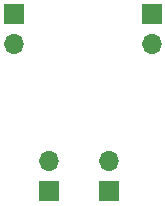
<source format=gts>
G04 #@! TF.GenerationSoftware,KiCad,Pcbnew,6.0.11-2627ca5db0~126~ubuntu22.04.1*
G04 #@! TF.CreationDate,2023-11-05T13:22:14+01:00*
G04 #@! TF.ProjectId,powerBase,706f7765-7242-4617-9365-2e6b69636164,rev?*
G04 #@! TF.SameCoordinates,Original*
G04 #@! TF.FileFunction,Soldermask,Top*
G04 #@! TF.FilePolarity,Negative*
%FSLAX46Y46*%
G04 Gerber Fmt 4.6, Leading zero omitted, Abs format (unit mm)*
G04 Created by KiCad (PCBNEW 6.0.11-2627ca5db0~126~ubuntu22.04.1) date 2023-11-05 13:22:14*
%MOMM*%
%LPD*%
G01*
G04 APERTURE LIST*
%ADD10R,1.700000X1.700000*%
%ADD11O,1.700000X1.700000*%
G04 APERTURE END LIST*
D10*
X123000000Y-83540000D03*
D11*
X123000000Y-81000000D03*
D10*
X120025000Y-68585000D03*
D11*
X120025000Y-71125000D03*
D10*
X131670000Y-68585000D03*
D11*
X131670000Y-71125000D03*
D10*
X128075000Y-83540000D03*
D11*
X128075000Y-81000000D03*
M02*

</source>
